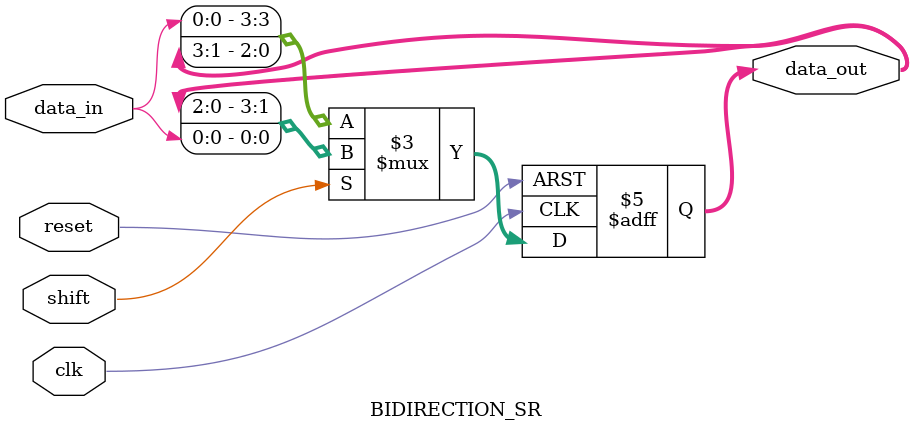
<source format=v>
`timescale 10ns / 1ps
module BIDIRECTION_SR(
    input clk,
    input reset,
    input shift,
    input data_in,
    output reg [3:0] data_out
    );
    always @ (posedge clk or posedge reset)
    begin
    if(reset)
    data_out<=4'b0000;
    else begin
    if(shift)
    data_out<={data_out[2:0],data_in};
    else
    data_out<={data_in,data_out[3:1]};
    end
    end
endmodule

</source>
